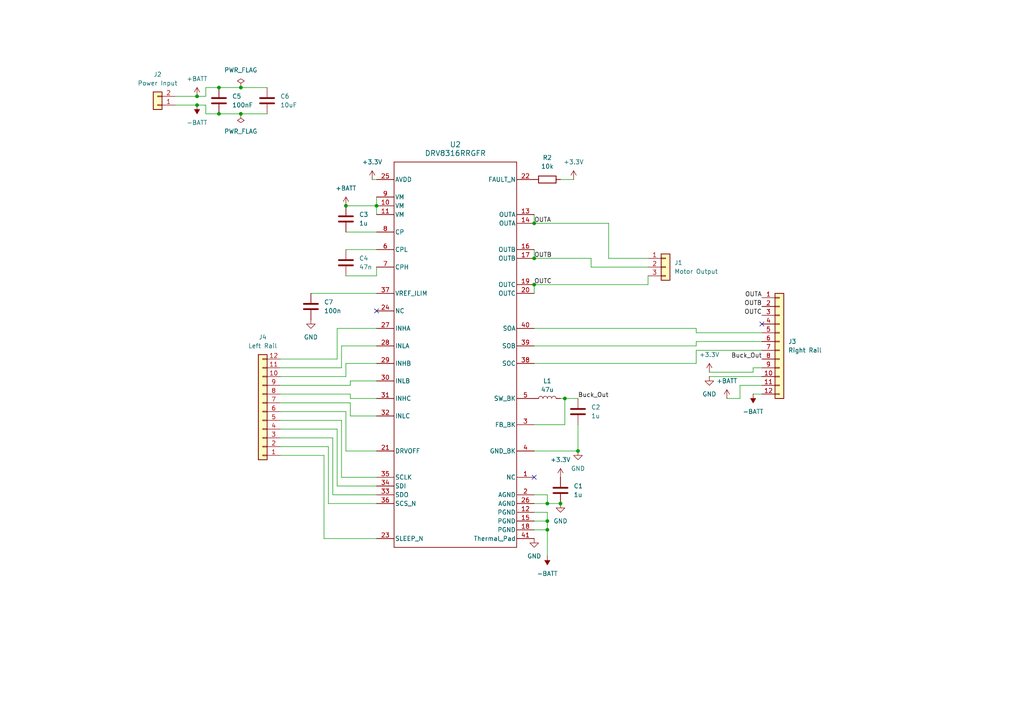
<source format=kicad_sch>
(kicad_sch (version 20231120) (generator "eeschema") (generator_version "8.0")
  (paper "A4")
  (lib_symbols
    (symbol "Connector_Generic:Conn_01x02" (pin_names (offset 1.016) hide)
      (property "Reference" "J" (at 0 2.54 0))
      (property "Value" "Conn_01x02" (at 0 -5.08 0))
      (symbol "Conn_01x02_1_1"
        (rectangle (start -1.27 -2.413) (end 0 -2.667) (stroke (width 0.1524)))
        (rectangle (start -1.27 0.127) (end 0 -0.127) (stroke (width 0.1524)))
        (rectangle (start -1.27 1.27) (end 1.27 -3.81) (stroke (width 0.254)) (fill (type background)))
        (pin passive line (at -5.08 0 0) (length 3.81) (name "Pin_1") (number "1"))
        (pin passive line (at -5.08 -2.54 0) (length 3.81) (name "Pin_2") (number "2"))
      )
    )
    (symbol "Connector_Generic:Conn_01x03" (pin_names (offset 1.016) hide)
      (property "Reference" "J" (at 0 5.08 0))
      (property "Value" "Conn_01x03" (at 0 -5.08 0))
      (symbol "Conn_01x03_1_1"
        (rectangle (start -1.27 -2.413) (end 0 -2.667) (stroke (width 0.1524)))
        (rectangle (start -1.27 0.127) (end 0 -0.127) (stroke (width 0.1524)))
        (rectangle (start -1.27 2.667) (end 0 2.413) (stroke (width 0.1524)))
        (rectangle (start -1.27 3.81) (end 1.27 -3.81) (stroke (width 0.254)) (fill (type background)))
        (pin passive line (at -5.08 2.54 0) (length 3.81) (name "Pin_1") (number "1"))
        (pin passive line (at -5.08 0 0) (length 3.81) (name "Pin_2") (number "2"))
        (pin passive line (at -5.08 -2.54 0) (length 3.81) (name "Pin_3") (number "3"))
      )
    )
    (symbol "Connector_Generic:Conn_01x12" (pin_names (offset 1.016) hide)
      (property "Reference" "J" (at 0 15.24 0))
      (property "Value" "Conn_01x12" (at 0 -17.78 0))
      (symbol "Conn_01x12_1_1"
        (rectangle (start -1.27 -15.113) (end 0 -15.367) (stroke (width 0.1524)))
        (rectangle (start -1.27 -12.573) (end 0 -12.827) (stroke (width 0.1524)))
        (rectangle (start -1.27 -10.033) (end 0 -10.287) (stroke (width 0.1524)))
        (rectangle (start -1.27 -7.493) (end 0 -7.747) (stroke (width 0.1524)))
        (rectangle (start -1.27 -4.953) (end 0 -5.207) (stroke (width 0.1524)))
        (rectangle (start -1.27 -2.413) (end 0 -2.667) (stroke (width 0.1524)))
        (rectangle (start -1.27 0.127) (end 0 -0.127) (stroke (width 0.1524)))
        (rectangle (start -1.27 2.667) (end 0 2.413) (stroke (width 0.1524)))
        (rectangle (start -1.27 5.207) (end 0 4.953) (stroke (width 0.1524)))
        (rectangle (start -1.27 7.747) (end 0 7.493) (stroke (width 0.1524)))
        (rectangle (start -1.27 10.287) (end 0 10.033) (stroke (width 0.1524)))
        (rectangle (start -1.27 12.827) (end 0 12.573) (stroke (width 0.1524)))
        (rectangle (start -1.27 13.97) (end 1.27 -16.51) (stroke (width 0.254)) (fill (type background)))
        (pin passive line (at -5.08 12.7 0) (length 3.81) (name "Pin_1") (number "1"))
        (pin passive line (at -5.08 -10.16 0) (length 3.81) (name "Pin_10") (number "10"))
        (pin passive line (at -5.08 -12.7 0) (length 3.81) (name "Pin_11") (number "11"))
        (pin passive line (at -5.08 -15.24 0) (length 3.81) (name "Pin_12") (number "12"))
        (pin passive line (at -5.08 10.16 0) (length 3.81) (name "Pin_2") (number "2"))
        (pin passive line (at -5.08 7.62 0) (length 3.81) (name "Pin_3") (number "3"))
        (pin passive line (at -5.08 5.08 0) (length 3.81) (name "Pin_4") (number "4"))
        (pin passive line (at -5.08 2.54 0) (length 3.81) (name "Pin_5") (number "5"))
        (pin passive line (at -5.08 0 0) (length 3.81) (name "Pin_6") (number "6"))
        (pin passive line (at -5.08 -2.54 0) (length 3.81) (name "Pin_7") (number "7"))
        (pin passive line (at -5.08 -5.08 0) (length 3.81) (name "Pin_8") (number "8"))
        (pin passive line (at -5.08 -7.62 0) (length 3.81) (name "Pin_9") (number "9"))
      )
    )
    (symbol "Device:C" (pin_numbers hide) (pin_names (offset 0.254))
      (property "Reference" "C" (at 0.635 2.54 0))
      (property "Value" "C" (at 0.635 -2.54 0))
      (symbol "C_0_1"
        (polyline (pts (xy -2.032 -0.762) (xy 2.032 -0.762)) (stroke (width 0.508)))
        (polyline (pts (xy -2.032 0.762) (xy 2.032 0.762)) (stroke (width 0.508)))
      )
      (symbol "C_1_1"
        (pin passive line (at 0 3.81 270) (length 2.794) (name "~") (number "1"))
        (pin passive line (at 0 -3.81 90) (length 2.794) (name "~") (number "2"))
      )
    )
    (symbol "Device:L" (pin_numbers hide) (pin_names (offset 1.016) hide)
      (property "Reference" "L" (at -1.27 0 90))
      (property "Value" "L" (at 1.905 0 90))
      (symbol "L_0_1"
        (arc (start 0 -2.54) (mid 0.6323 -1.905) (end 0 -1.27))
        (arc (start 0 -1.27) (mid 0.6323 -0.635) (end 0 0))
        (arc (start 0 0) (mid 0.6323 0.635) (end 0 1.27))
        (arc (start 0 1.27) (mid 0.6323 1.905) (end 0 2.54))
      )
      (symbol "L_1_1"
        (pin passive line (at 0 3.81 270) (length 1.27) (name "1") (number "1"))
        (pin passive line (at 0 -3.81 90) (length 1.27) (name "2") (number "2"))
      )
    )
    (symbol "Device:R" (pin_numbers hide) (pin_names (offset 0))
      (property "Reference" "R" (at 2.032 0 90))
      (property "Value" "R" (at 0 0 90))
      (symbol "R_0_1"
        (rectangle (start -1.016 -2.54) (end 1.016 2.54) (stroke (width 0.254)))
      )
      (symbol "R_1_1"
        (pin passive line (at 0 3.81 270) (length 1.27) (name "~") (number "1"))
        (pin passive line (at 0 -3.81 90) (length 1.27) (name "~") (number "2"))
      )
    )
    (symbol "ECE395:DRV8316RRGFR" (pin_names (offset 0.254))
      (property "Reference" "U" (at 0 2.54 0))
      (property "Value" "DRV8316RRGFR" (at 0 0 0))
      (symbol "DRV8316RRGFR_0_1"
        (polyline (pts (xy 5.08 -106.68) (xy 40.64 -106.68)) (stroke (width 0.2032)))
        (polyline (pts (xy 5.08 5.08) (xy 5.08 -106.68)) (stroke (width 0.2032)))
        (polyline (pts (xy 40.64 -106.68) (xy 40.64 5.08)) (stroke (width 0.2032)))
        (polyline (pts (xy 40.64 5.08) (xy 5.08 5.08)) (stroke (width 0.2032)))
        (pin unspecified line (at 45.72 -86.36 180) (length 5.08) (name "NC") (number "1"))
        (pin power_in line (at 0 -7.62 0) (length 5.08) (name "VM") (number "10"))
        (pin power_in line (at 0 -10.16 0) (length 5.08) (name "VM") (number "11"))
        (pin power_in line (at 45.72 -96.52 180) (length 5.08) (name "PGND") (number "12"))
        (pin unspecified line (at 45.72 -10.16 180) (length 5.08) (name "OUTA") (number "13"))
        (pin unspecified line (at 45.72 -12.7 180) (length 5.08) (name "OUTA") (number "14"))
        (pin power_in line (at 45.72 -99.06 180) (length 5.08) (name "PGND") (number "15"))
        (pin unspecified line (at 45.72 -20.32 180) (length 5.08) (name "OUTB") (number "16"))
        (pin unspecified line (at 45.72 -22.86 180) (length 5.08) (name "OUTB") (number "17"))
        (pin power_in line (at 45.72 -101.6 180) (length 5.08) (name "PGND") (number "18"))
        (pin unspecified line (at 45.72 -30.48 180) (length 5.08) (name "OUTC") (number "19"))
        (pin power_in line (at 45.72 -91.44 180) (length 5.08) (name "AGND") (number "2"))
        (pin unspecified line (at 45.72 -33.02 180) (length 5.08) (name "OUTC") (number "20"))
        (pin input line (at 0 -78.74 0) (length 5.08) (name "DRVOFF") (number "21"))
        (pin open_collector line (at 45.72 0 180) (length 5.08) (name "FAULT_N") (number "22"))
        (pin input line (at 0 -104.14 0) (length 5.08) (name "SLEEP_N") (number "23"))
        (pin unspecified line (at 0 -38.1 0) (length 5.08) (name "NC") (number "24"))
        (pin power_in line (at 0 0 0) (length 5.08) (name "AVDD") (number "25"))
        (pin power_in line (at 45.72 -93.98 180) (length 5.08) (name "AGND") (number "26"))
        (pin input line (at 0 -43.18 0) (length 5.08) (name "INHA") (number "27"))
        (pin input line (at 0 -48.26 0) (length 5.08) (name "INLA") (number "28"))
        (pin input line (at 0 -53.34 0) (length 5.08) (name "INHB") (number "29"))
        (pin unspecified line (at 45.72 -71.12 180) (length 5.08) (name "FB_BK") (number "3"))
        (pin input line (at 0 -58.42 0) (length 5.08) (name "INLB") (number "30"))
        (pin input line (at 0 -63.5 0) (length 5.08) (name "INHC") (number "31"))
        (pin input line (at 0 -68.58 0) (length 5.08) (name "INLC") (number "32"))
        (pin output line (at 0 -91.44 0) (length 5.08) (name "SDO") (number "33"))
        (pin input line (at 0 -88.9 0) (length 5.08) (name "SDI") (number "34"))
        (pin input line (at 0 -86.36 0) (length 5.08) (name "SCLK") (number "35"))
        (pin input line (at 0 -93.98 0) (length 5.08) (name "SCS_N") (number "36"))
        (pin unspecified line (at 0 -33.02 0) (length 5.08) (name "VREF_ILIM") (number "37"))
        (pin unspecified line (at 45.72 -53.34 180) (length 5.08) (name "SOC") (number "38"))
        (pin unspecified line (at 45.72 -48.26 180) (length 5.08) (name "SOB") (number "39"))
        (pin power_in line (at 45.72 -78.74 180) (length 5.08) (name "GND_BK") (number "4"))
        (pin unspecified line (at 45.72 -43.18 180) (length 5.08) (name "SOA") (number "40"))
        (pin power_in line (at 45.72 -104.14 180) (length 5.08) (name "Thermal_Pad") (number "41"))
        (pin unspecified line (at 45.72 -63.5 180) (length 5.08) (name "SW_BK") (number "5"))
        (pin unspecified line (at 0 -20.32 0) (length 5.08) (name "CPL") (number "6"))
        (pin unspecified line (at 0 -25.4 0) (length 5.08) (name "CPH") (number "7"))
        (pin unspecified line (at 0 -15.24 0) (length 5.08) (name "CP") (number "8"))
        (pin power_in line (at 0 -5.08 0) (length 5.08) (name "VM") (number "9"))
      )
    )
    (symbol "power:+3.3V" (power) (pin_numbers hide) (pin_names (offset 0) hide)
      (property "Value" "+3.3V" (at 0 3.556 0))
      (symbol "+3.3V_0_1"
        (polyline (pts (xy -0.762 1.27) (xy 0 2.54)))
        (polyline (pts (xy 0 0) (xy 0 2.54)))
        (polyline (pts (xy 0 2.54) (xy 0.762 1.27)))
      )
      (symbol "+3.3V_1_1"
        (pin power_in line (at 0 0 90) (length 0) (name "~") (number "1"))
      )
    )
    (symbol "power:+BATT" (power) (pin_numbers hide) (pin_names (offset 0) hide)
      (property "Value" "+BATT" (at 0 3.556 0))
      (symbol "+BATT_0_1"
        (polyline (pts (xy -0.762 1.27) (xy 0 2.54)))
        (polyline (pts (xy 0 0) (xy 0 2.54)))
        (polyline (pts (xy 0 2.54) (xy 0.762 1.27)))
      )
      (symbol "+BATT_1_1"
        (pin power_in line (at 0 0 90) (length 0) (name "~") (number "1"))
      )
    )
    (symbol "power:-BATT" (power) (pin_numbers hide) (pin_names (offset 0) hide)
      (property "Value" "-BATT" (at 0 3.556 0))
      (symbol "-BATT_0_1"
        (polyline (pts (xy 0 0) (xy 0 2.54)))
        (polyline (pts (xy 0.762 1.27) (xy -0.762 1.27) (xy 0 2.54) (xy 0.762 1.27)) (fill (type outline)))
      )
      (symbol "-BATT_1_1"
        (pin power_in line (at 0 0 90) (length 0) (name "~") (number "1"))
      )
    )
    (symbol "power:GND" (power) (pin_numbers hide) (pin_names (offset 0) hide)
      (property "Value" "GND" (at 0 -3.81 0))
      (symbol "GND_0_1"
        (polyline (pts (xy 0 0) (xy 0 -1.27) (xy 1.27 -1.27) (xy 0 -2.54) (xy -1.27 -1.27) (xy 0 -1.27)))
      )
      (symbol "GND_1_1"
        (pin power_in line (at 0 0 270) (length 0) (name "~") (number "1"))
      )
    )
    (symbol "power:PWR_FLAG" (power) (pin_numbers hide) (pin_names (offset 0) hide)
      (property "Value" "PWR_FLAG" (at 0 3.81 0))
      (symbol "PWR_FLAG_0_0"
        (pin power_out line (at 0 0 90) (length 0) (name "~") (number "1"))
      )
      (symbol "PWR_FLAG_0_1"
        (polyline (pts (xy 0 0) (xy 0 1.27) (xy -1.016 1.905) (xy 0 2.54) (xy 1.016 1.905) (xy 0 1.27)))
      )
    )
  )
  (junction (at 109.22 59.69))
  (junction (at 163.83 115.57))
  (junction (at 158.75 151.13))
  (junction (at 167.64 130.81))
  (junction (at 63.5 33.02))
  (junction (at 69.85 25.4))
  (junction (at 158.75 153.67))
  (junction (at 57.15 27.94))
  (junction (at 154.94 64.77))
  (junction (at 158.75 146.05))
  (junction (at 63.5 25.4))
  (junction (at 154.94 82.55))
  (junction (at 69.85 33.02))
  (junction (at 100.33 59.69))
  (junction (at 154.94 74.93))
  (junction (at 162.56 146.05))
  (junction (at 57.15 30.48))
  (no_connect (at 220.98 93.98))
  (no_connect (at 154.94 138.43))
  (no_connect (at 109.22 90.17))
  (wire (pts (xy 109.22 59.69) (xy 109.22 62.23)))
  (wire (pts (xy 81.28 121.92) (xy 99.06 121.92)))
  (wire (pts (xy 93.98 132.08) (xy 81.28 132.08)))
  (wire (pts (xy 97.79 124.46) (xy 81.28 124.46)))
  (wire (pts (xy 96.52 127) (xy 81.28 127)))
  (wire (pts (xy 218.44 107.95) (xy 218.44 106.68)))
  (wire (pts (xy 154.94 82.55) (xy 154.94 85.09)))
  (wire (pts (xy 201.93 96.52) (xy 220.98 96.52)))
  (wire (pts (xy 158.75 151.13) (xy 158.75 153.67)))
  (wire (pts (xy 163.83 115.57) (xy 163.83 123.19)))
  (wire (pts (xy 154.94 130.81) (xy 167.64 130.81)))
  (wire (pts (xy 201.93 99.06) (xy 220.98 99.06)))
  (wire (pts (xy 205.74 109.22) (xy 220.98 109.22)))
  (wire (pts (xy 96.52 143.51) (xy 96.52 127)))
  (wire (pts (xy 201.93 100.33) (xy 201.93 99.06)))
  (wire (pts (xy 171.45 77.47) (xy 187.96 77.47)))
  (wire (pts (xy 100.33 105.41) (xy 100.33 109.22)))
  (wire (pts (xy 214.63 111.76) (xy 220.98 111.76)))
  (wire (pts (xy 93.98 156.21) (xy 93.98 132.08)))
  (wire (pts (xy 63.5 33.02) (xy 69.85 33.02)))
  (wire (pts (xy 95.25 129.54) (xy 81.28 129.54)))
  (wire (pts (xy 187.96 82.55) (xy 187.96 80.01)))
  (wire (pts (xy 210.82 115.57) (xy 214.63 115.57)))
  (wire (pts (xy 109.22 110.49) (xy 101.6 110.49)))
  (wire (pts (xy 97.79 140.97) (xy 97.79 124.46)))
  (wire (pts (xy 109.22 140.97) (xy 97.79 140.97)))
  (wire (pts (xy 176.53 74.93) (xy 187.96 74.93)))
  (wire (pts (xy 57.15 27.94) (xy 59.69 27.94)))
  (wire (pts (xy 99.06 138.43) (xy 99.06 121.92)))
  (wire (pts (xy 90.17 85.09) (xy 109.22 85.09)))
  (wire (pts (xy 100.33 130.81) (xy 100.33 119.38)))
  (wire (pts (xy 218.44 114.3) (xy 220.98 114.3)))
  (wire (pts (xy 99.06 100.33) (xy 99.06 106.68)))
  (wire (pts (xy 100.33 80.01) (xy 109.22 80.01)))
  (wire (pts (xy 109.22 115.57) (xy 101.6 115.57)))
  (wire (pts (xy 109.22 100.33) (xy 99.06 100.33)))
  (wire (pts (xy 101.6 110.49) (xy 101.6 111.76)))
  (wire (pts (xy 109.22 105.41) (xy 100.33 105.41)))
  (wire (pts (xy 69.85 33.02) (xy 77.47 33.02)))
  (wire (pts (xy 59.69 25.4) (xy 63.5 25.4)))
  (wire (pts (xy 201.93 101.6) (xy 220.98 101.6)))
  (wire (pts (xy 218.44 106.68) (xy 220.98 106.68)))
  (wire (pts (xy 109.22 95.25) (xy 97.79 95.25)))
  (wire (pts (xy 109.22 138.43) (xy 99.06 138.43)))
  (wire (pts (xy 167.64 123.19) (xy 167.64 130.81)))
  (wire (pts (xy 100.33 109.22) (xy 81.28 109.22)))
  (wire (pts (xy 57.15 27.94) (xy 50.8 27.94)))
  (wire (pts (xy 154.94 148.59) (xy 158.75 148.59)))
  (wire (pts (xy 95.25 146.05) (xy 95.25 129.54)))
  (wire (pts (xy 176.53 64.77) (xy 176.53 74.93)))
  (wire (pts (xy 163.83 115.57) (xy 162.56 115.57)))
  (wire (pts (xy 101.6 120.65) (xy 101.6 116.84)))
  (wire (pts (xy 154.94 151.13) (xy 158.75 151.13)))
  (wire (pts (xy 171.45 74.93) (xy 171.45 77.47)))
  (wire (pts (xy 158.75 153.67) (xy 154.94 153.67)))
  (wire (pts (xy 109.22 143.51) (xy 96.52 143.51)))
  (wire (pts (xy 158.75 143.51) (xy 158.75 146.05)))
  (wire (pts (xy 154.94 64.77) (xy 154.94 62.23)))
  (wire (pts (xy 109.22 156.21) (xy 93.98 156.21)))
  (wire (pts (xy 109.22 57.15) (xy 109.22 59.69)))
  (wire (pts (xy 154.94 123.19) (xy 163.83 123.19)))
  (wire (pts (xy 109.22 146.05) (xy 95.25 146.05)))
  (wire (pts (xy 201.93 95.25) (xy 201.93 96.52)))
  (wire (pts (xy 158.75 148.59) (xy 158.75 151.13)))
  (wire (pts (xy 100.33 72.39) (xy 109.22 72.39)))
  (wire (pts (xy 107.95 52.07) (xy 109.22 52.07)))
  (wire (pts (xy 154.94 105.41) (xy 201.93 105.41)))
  (wire (pts (xy 154.94 143.51) (xy 158.75 143.51)))
  (wire (pts (xy 100.33 67.31) (xy 109.22 67.31)))
  (wire (pts (xy 167.64 115.57) (xy 163.83 115.57)))
  (wire (pts (xy 81.28 104.14) (xy 97.79 104.14)))
  (wire (pts (xy 97.79 95.25) (xy 97.79 104.14)))
  (wire (pts (xy 57.15 30.48) (xy 50.8 30.48)))
  (wire (pts (xy 109.22 120.65) (xy 101.6 120.65)))
  (wire (pts (xy 109.22 130.81) (xy 100.33 130.81)))
  (wire (pts (xy 166.37 52.07) (xy 162.56 52.07)))
  (wire (pts (xy 158.75 161.29) (xy 158.75 153.67)))
  (wire (pts (xy 154.94 74.93) (xy 154.94 72.39)))
  (wire (pts (xy 205.74 107.95) (xy 218.44 107.95)))
  (wire (pts (xy 99.06 106.68) (xy 81.28 106.68)))
  (wire (pts (xy 101.6 111.76) (xy 81.28 111.76)))
  (wire (pts (xy 109.22 80.01) (xy 109.22 77.47)))
  (wire (pts (xy 101.6 116.84) (xy 81.28 116.84)))
  (wire (pts (xy 100.33 59.69) (xy 109.22 59.69)))
  (wire (pts (xy 154.94 74.93) (xy 171.45 74.93)))
  (wire (pts (xy 214.63 115.57) (xy 214.63 111.76)))
  (wire (pts (xy 59.69 33.02) (xy 59.69 30.48)))
  (wire (pts (xy 154.94 100.33) (xy 201.93 100.33)))
  (wire (pts (xy 59.69 27.94) (xy 59.69 25.4)))
  (wire (pts (xy 158.75 146.05) (xy 154.94 146.05)))
  (wire (pts (xy 100.33 119.38) (xy 81.28 119.38)))
  (wire (pts (xy 158.75 146.05) (xy 162.56 146.05)))
  (wire (pts (xy 69.85 25.4) (xy 77.47 25.4)))
  (wire (pts (xy 154.94 82.55) (xy 187.96 82.55)))
  (wire (pts (xy 63.5 25.4) (xy 69.85 25.4)))
  (wire (pts (xy 101.6 114.3) (xy 81.28 114.3)))
  (wire (pts (xy 63.5 33.02) (xy 59.69 33.02)))
  (wire (pts (xy 57.15 30.48) (xy 59.69 30.48)))
  (wire (pts (xy 154.94 64.77) (xy 176.53 64.77)))
  (wire (pts (xy 101.6 115.57) (xy 101.6 114.3)))
  (wire (pts (xy 201.93 105.41) (xy 201.93 101.6)))
  (wire (pts (xy 154.94 95.25) (xy 201.93 95.25)))
  (label "OUTA" (at 220.98 86.36 180))
  (label "OUTB" (at 154.94 74.93 0))
  (label "OUTC" (at 154.94 82.55 0))
  (label "Buck_Out" (at 167.64 115.57 0))
  (label "OUTA" (at 154.94 64.77 0))
  (label "Buck_Out" (at 220.98 104.14 180))
  (label "OUTB" (at 220.98 88.9 180))
  (label "OUTC" (at 220.98 91.44 180))
  (symbol (lib_id "ECE395:DRV8316RRGFR") (at 109.22 52.07 0) (unit 1)
    (property "Reference" "U2" (at 132.08 41.91 0) (effects (font (size 1.524 1.524))))
    (property "Value" "DRV8316RRGFR" (at 132.08 44.45 0) (effects (font (size 1.524 1.524))))
    (property "Footprint" "ECE395:RGF0040E-IPC_A" (effects (hide yes)))
    (property "Datasheet" "DRV8316RRGFR" (effects (hide yes)))
  )
  (symbol (lib_id "power:-BATT") (at 158.75 161.29 180) (unit 1)
    (property "Reference" "#PWR06" (effects (hide yes)))
    (property "Value" "-BATT" (at 158.75 166.37 0))
    (property "Description" "Power symbol creates a global label with name \"-BATT\"" (effects (hide yes)))
  )
  (symbol (lib_id "Device:C") (at 100.33 76.2 0) (unit 1)
    (property "Reference" "C4" (at 104.14 74.9299 0) (effects (justify left)))
    (property "Value" "47n" (at 104.14 77.4699 0) (effects (justify left)))
    (property "Footprint" "Capacitor_SMD:C_0805_2012Metric_Pad1.18x1.45mm_HandSolder" (effects (hide yes)))
    (property "Description" "Unpolarized capacitor" (effects (hide yes)))
  )
  (symbol (lib_id "Connector_Generic:Conn_01x02") (at 45.72 30.48 180) (unit 1)
    (property "Reference" "J2" (at 45.72 21.59 0))
    (property "Value" "Power Input" (at 45.72 24.13 0))
    (property "Footprint" "ECE395:Power_Pads" (effects (hide yes)))
    (property "Description" "Generic connector, single row, 01x02, script generated (kicad-library-utils/schlib/autogen/connector/)" (effects (hide yes)))
  )
  (symbol (lib_id "Connector_Generic:Conn_01x03") (at 193.04 77.47 0) (unit 1)
    (property "Reference" "J1" (at 195.58 76.1999 0) (effects (justify left)))
    (property "Value" "Motor Output" (at 195.58 78.74 0) (effects (justify left)))
    (property "Footprint" "ECE395:Motor_Pads" (effects (hide yes)))
    (property "Description" "Generic connector, single row, 01x03, script generated (kicad-library-utils/schlib/autogen/connector/)" (effects (hide yes)))
  )
  (symbol (lib_id "power:PWR_FLAG") (at 69.85 33.02 180) (unit 1)
    (property "Reference" "#FLG02" (effects (hide yes)))
    (property "Value" "PWR_FLAG" (at 69.85 38.1 0))
    (property "Description" "Special symbol for telling ERC where power comes from" (effects (hide yes)))
  )
  (symbol (lib_id "power:+3.3V") (at 166.37 52.07 0) (unit 1)
    (property "Reference" "#PWR07" (effects (hide yes)))
    (property "Value" "+3.3V" (at 166.37 46.99 0))
    (property "Description" "Power symbol creates a global label with name \"+3.3V\"" (effects (hide yes)))
  )
  (symbol (lib_id "power:+3.3V") (at 205.74 107.95 0) (unit 1)
    (property "Reference" "#PWR016" (effects (hide yes)))
    (property "Value" "+3.3V" (at 205.74 102.87 0))
    (property "Description" "Power symbol creates a global label with name \"+3.3V\"" (effects (hide yes)))
  )
  (symbol (lib_id "Device:C") (at 63.5 29.21 0) (unit 1)
    (property "Reference" "C5" (at 67.31 27.9399 0) (effects (justify left)))
    (property "Value" "100nF" (at 67.31 30.4799 0) (effects (justify left)))
    (property "Footprint" "Capacitor_SMD:C_0805_2012Metric_Pad1.18x1.45mm_HandSolder" (effects (hide yes)))
    (property "Description" "Unpolarized capacitor" (effects (hide yes)))
  )
  (symbol (lib_id "Device:C") (at 90.17 88.9 0) (unit 1)
    (property "Reference" "C7" (at 93.98 87.6299 0) (effects (justify left)))
    (property "Value" "100n" (at 93.98 90.1699 0) (effects (justify left)))
    (property "Footprint" "Capacitor_SMD:C_0805_2012Metric_Pad1.18x1.45mm_HandSolder" (effects (hide yes)))
    (property "Description" "Unpolarized capacitor" (effects (hide yes)))
  )
  (symbol (lib_id "Device:C") (at 100.33 63.5 0) (unit 1)
    (property "Reference" "C3" (at 104.14 62.2299 0) (effects (justify left)))
    (property "Value" "1u" (at 104.14 64.7699 0) (effects (justify left)))
    (property "Footprint" "Capacitor_SMD:C_0805_2012Metric_Pad1.18x1.45mm_HandSolder" (effects (hide yes)))
    (property "Description" "Unpolarized capacitor" (effects (hide yes)))
  )
  (symbol (lib_id "power:GND") (at 205.74 109.22 0) (unit 1)
    (property "Reference" "#PWR015" (effects (hide yes)))
    (property "Value" "GND" (at 205.74 114.3 0))
    (property "Description" "Power symbol creates a global label with name \"GND\" , ground" (effects (hide yes)))
  )
  (symbol (lib_id "power:-BATT") (at 57.15 30.48 180) (unit 1)
    (property "Reference" "#PWR010" (effects (hide yes)))
    (property "Value" "-BATT" (at 57.15 35.56 0))
    (property "Description" "Power symbol creates a global label with name \"-BATT\"" (effects (hide yes)))
  )
  (symbol (lib_id "power:GND") (at 154.94 156.21 0) (unit 1)
    (property "Reference" "#PWR01" (effects (hide yes)))
    (property "Value" "GND" (at 154.94 161.29 0))
    (property "Description" "Power symbol creates a global label with name \"GND\" , ground" (effects (hide yes)))
  )
  (symbol (lib_id "power:+BATT") (at 100.33 59.69 0) (unit 1)
    (property "Reference" "#PWR08" (effects (hide yes)))
    (property "Value" "+BATT" (at 100.33 54.61 0))
    (property "Description" "Power symbol creates a global label with name \"+BATT\"" (effects (hide yes)))
  )
  (symbol (lib_id "Device:C") (at 77.47 29.21 0) (unit 1)
    (property "Reference" "C6" (at 81.28 27.9399 0) (effects (justify left)))
    (property "Value" "10uF" (at 81.28 30.4799 0) (effects (justify left)))
    (property "Footprint" "Capacitor_SMD:C_0805_2012Metric_Pad1.18x1.45mm_HandSolder" (effects (hide yes)))
    (property "Description" "Unpolarized capacitor" (effects (hide yes)))
  )
  (symbol (lib_id "Connector_Generic:Conn_01x12") (at 76.2 119.38 180) (unit 1)
    (property "Reference" "J4" (at 76.2 97.79 0))
    (property "Value" "Left Rail" (at 76.2 100.33 0))
    (property "Footprint" "Connector_PinHeader_2.54mm:PinHeader_1x12_P2.54mm_Vertical" (effects (hide yes)))
    (property "Description" "Generic connector, single row, 01x12, script generated (kicad-library-utils/schlib/autogen/connector/)" (effects (hide yes)))
  )
  (symbol (lib_id "Device:R") (at 158.75 52.07 90) (unit 1)
    (property "Reference" "R2" (at 158.75 45.72 90))
    (property "Value" "10k" (at 158.75 48.26 90))
    (property "Footprint" "Resistor_SMD:R_0805_2012Metric_Pad1.20x1.40mm_HandSolder" (effects (hide yes)))
    (property "Description" "Resistor" (effects (hide yes)))
  )
  (symbol (lib_id "power:GND") (at 167.64 130.81 0) (unit 1)
    (property "Reference" "#PWR04" (effects (hide yes)))
    (property "Value" "GND" (at 167.64 135.89 0))
    (property "Description" "Power symbol creates a global label with name \"GND\" , ground" (effects (hide yes)))
  )
  (symbol (lib_id "Connector_Generic:Conn_01x12") (at 226.06 99.06 0) (unit 1)
    (property "Reference" "J3" (at 228.6 99.0599 0) (effects (justify left)))
    (property "Value" "Right Rail" (at 228.6 101.5999 0) (effects (justify left)))
    (property "Footprint" "Connector_PinHeader_2.54mm:PinHeader_1x12_P2.54mm_Vertical" (effects (hide yes)))
    (property "Description" "Generic connector, single row, 01x12, script generated (kicad-library-utils/schlib/autogen/connector/)" (effects (hide yes)))
  )
  (symbol (lib_id "power:+3.3V") (at 107.95 52.07 0) (unit 1)
    (property "Reference" "#PWR05" (effects (hide yes)))
    (property "Value" "+3.3V" (at 107.95 46.99 0))
    (property "Description" "Power symbol creates a global label with name \"+3.3V\"" (effects (hide yes)))
  )
  (symbol (lib_id "power:+BATT") (at 57.15 27.94 0) (unit 1)
    (property "Reference" "#PWR09" (effects (hide yes)))
    (property "Value" "+BATT" (at 57.15 22.86 0))
    (property "Description" "Power symbol creates a global label with name \"+BATT\"" (effects (hide yes)))
  )
  (symbol (lib_id "power:GND") (at 162.56 146.05 0) (unit 1)
    (property "Reference" "#PWR02" (effects (hide yes)))
    (property "Value" "GND" (at 162.56 151.13 0))
    (property "Description" "Power symbol creates a global label with name \"GND\" , ground" (effects (hide yes)))
  )
  (symbol (lib_id "power:-BATT") (at 218.44 114.3 180) (unit 1)
    (property "Reference" "#PWR014" (effects (hide yes)))
    (property "Value" "-BATT" (at 218.44 119.38 0))
    (property "Description" "Power symbol creates a global label with name \"-BATT\"" (effects (hide yes)))
  )
  (symbol (lib_id "Device:C") (at 162.56 142.24 0) (unit 1)
    (property "Reference" "C1" (at 166.37 140.9699 0) (effects (justify left)))
    (property "Value" "1u" (at 166.37 143.5099 0) (effects (justify left)))
    (property "Footprint" "Capacitor_SMD:C_0805_2012Metric_Pad1.18x1.45mm_HandSolder" (effects (hide yes)))
    (property "Description" "Unpolarized capacitor" (effects (hide yes)))
  )
  (symbol (lib_id "power:GND") (at 90.17 92.71 0) (unit 1)
    (property "Reference" "#PWR011" (effects (hide yes)))
    (property "Value" "GND" (at 90.17 97.79 0))
    (property "Description" "Power symbol creates a global label with name \"GND\" , ground" (effects (hide yes)))
  )
  (symbol (lib_id "Device:L") (at 158.75 115.57 90) (unit 1)
    (property "Reference" "L1" (at 158.75 110.49 90))
    (property "Value" "47u" (at 158.75 113.03 90))
    (property "Footprint" "Inductor_SMD:L_Sunlord_SWRB1207S" (effects (hide yes)))
    (property "Datasheet" "https://mm.digikey.com/Volume0/opasdata/d220001/medias/docus/610/LB3218T470K_SS.pdf" (effects (hide yes)))
    (property "Description" "Inductor" (effects (hide yes)))
  )
  (symbol (lib_id "Device:C") (at 167.64 119.38 180) (unit 1)
    (property "Reference" "C2" (at 171.45 118.1099 0) (effects (justify right)))
    (property "Value" "1u" (at 171.45 120.6499 0) (effects (justify right)))
    (property "Footprint" "Capacitor_SMD:C_0805_2012Metric_Pad1.18x1.45mm_HandSolder" (effects (hide yes)))
    (property "Description" "Unpolarized capacitor" (effects (hide yes)))
  )
  (symbol (lib_id "power:+3.3V") (at 162.56 138.43 0) (unit 1)
    (property "Reference" "#PWR03" (effects (hide yes)))
    (property "Value" "+3.3V" (at 162.56 133.35 0))
    (property "Description" "Power symbol creates a global label with name \"+3.3V\"" (effects (hide yes)))
  )
  (symbol (lib_id "power:+BATT") (at 210.82 115.57 0) (unit 1)
    (property "Reference" "#PWR013" (effects (hide yes)))
    (property "Value" "+BATT" (at 210.82 110.49 0))
    (property "Description" "Power symbol creates a global label with name \"+BATT\"" (effects (hide yes)))
  )
  (symbol (lib_id "power:PWR_FLAG") (at 69.85 25.4 0) (unit 1)
    (property "Reference" "#FLG01" (effects (hide yes)))
    (property "Value" "PWR_FLAG" (at 69.85 20.32 0))
    (property "Description" "Special symbol for telling ERC where power comes from" (effects (hide yes)))
  )
)
</source>
